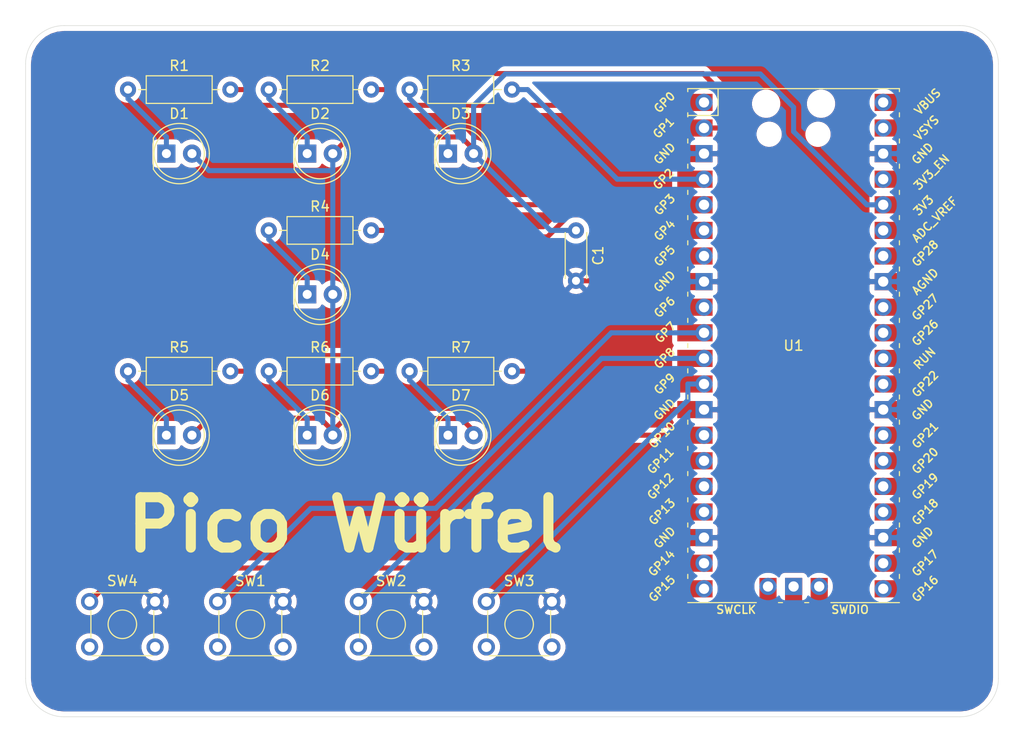
<source format=kicad_pcb>
(kicad_pcb (version 20171130) (host pcbnew 5.1.9-73d0e3b20d~88~ubuntu20.04.1)
  (layers (0 F.Cu signal) (31 B.Cu signal) (34 B.Paste user) (35 F.Paste user) (36 B.SilkS user) (37 F.SilkS user) (38 B.Mask user) (39 F.Mask user) (44 Edge.Cuts user))
  (net 0 "")
  (net 1 GND)
  (net 2 +3V3)
  (net 3 "Net-(D1-Pad1)")
  (net 4 "Net-(D2-Pad1)")
  (net 5 "Net-(D3-Pad1)")
  (net 6 "Net-(D4-Pad1)")
  (net 7 "Net-(D5-Pad1)")
  (net 8 "Net-(D6-Pad1)")
  (net 9 "Net-(D7-Pad1)")
  (net 10 LED1)
  (net 11 LED2)
  (net 12 LED3)
  (net 13 LED4)
  (net 14 LED5)
  (net 15 LED6)
  (net 16 LED7)
  (net 17 SWITCH1)
  (net 18 SWITCH2)
  (net 19 SWITCH3)
  (net 20 SWITCH4)
  (net 21 "Net-(U1-Pad15)")
  (net 22 "Net-(U1-Pad16)")
  (net 23 "Net-(U1-Pad17)")
  (net 24 "Net-(U1-Pad19)")
  (net 25 "Net-(U1-Pad20)")
  (net 26 "Net-(U1-Pad21)")
  (net 27 "Net-(U1-Pad22)")
  (net 28 "Net-(U1-Pad24)")
  (net 29 "Net-(U1-Pad25)")
  (net 30 "Net-(U1-Pad26)")
  (net 31 "Net-(U1-Pad27)")
  (net 32 "Net-(U1-Pad29)")
  (net 33 "Net-(U1-Pad30)")
  (net 34 "Net-(U1-Pad31)")
  (net 35 "Net-(U1-Pad32)")
  (net 36 "Net-(U1-Pad34)")
  (net 37 "Net-(U1-Pad35)")
  (net 38 "Net-(U1-Pad37)")
  (net 39 "Net-(U1-Pad39)")
  (net 40 "Net-(U1-Pad40)")
  (net 41 "Net-(U1-Pad41)")
  (net 42 "Net-(U1-Pad42)")
  (net 43 "Net-(U1-Pad43)")
  (module Button_Switch_THT:SW_TH_Tactile_Omron_B3F-10xx (layer F.Cu) (at 104.14 114.3)
    (fp_text reference SW4 (at 3.25 -2.05) (layer F.SilkS))
    (fp_text value SW_Push)
    (fp_circle (center 3.25 2.25) (end 4.25 3.25) (layer F.SilkS) (width 0.12))
    (fp_line (start 0.28 5.37) (end 6.22 5.37) (layer F.SilkS) (width 0.12))
    (fp_line (start 0.28 -0.87) (end 6.22 -0.87) (layer F.SilkS) (width 0.12))
    (fp_line (start 0.13 3.59) (end 0.13 0.91) (layer F.SilkS) (width 0.12))
    (fp_line (start 6.37 0.91) (end 6.37 3.59) (layer F.SilkS) (width 0.12))
    (pad 1 thru_hole circle (at 0 0) (size 1.7 1.7) (drill 1) (layers *.Cu *.Mask) (net 20 SWITCH4))
    (pad 2 thru_hole circle (at 6.5 0) (size 1.7 1.7) (drill 1) (layers *.Cu *.Mask) (net 1 GND))
    (pad 3 thru_hole circle (at 0 4.5) (size 1.7 1.7) (drill 1) (layers *.Cu *.Mask))
    (pad 4 thru_hole circle (at 6.5 4.5) (size 1.7 1.7) (drill 1) (layers *.Cu *.Mask))
  )
  (module Button_Switch_THT:SW_TH_Tactile_Omron_B3F-10xx (layer F.Cu) (at 143.51 114.3)
    (fp_text reference SW3 (at 3.25 -2.05) (layer F.SilkS))
    (fp_text value SW_Push)
    (fp_circle (center 3.25 2.25) (end 4.25 3.25) (layer F.SilkS) (width 0.12))
    (fp_line (start 0.28 5.37) (end 6.22 5.37) (layer F.SilkS) (width 0.12))
    (fp_line (start 0.28 -0.87) (end 6.22 -0.87) (layer F.SilkS) (width 0.12))
    (fp_line (start 0.13 3.59) (end 0.13 0.91) (layer F.SilkS) (width 0.12))
    (fp_line (start 6.37 0.91) (end 6.37 3.59) (layer F.SilkS) (width 0.12))
    (pad 1 thru_hole circle (at 0 0) (size 1.7 1.7) (drill 1) (layers *.Cu *.Mask) (net 19 SWITCH3))
    (pad 2 thru_hole circle (at 6.5 0) (size 1.7 1.7) (drill 1) (layers *.Cu *.Mask) (net 1 GND))
    (pad 3 thru_hole circle (at 0 4.5) (size 1.7 1.7) (drill 1) (layers *.Cu *.Mask))
    (pad 4 thru_hole circle (at 6.5 4.5) (size 1.7 1.7) (drill 1) (layers *.Cu *.Mask))
  )
  (module Button_Switch_THT:SW_TH_Tactile_Omron_B3F-10xx (layer F.Cu) (at 130.81 114.3)
    (fp_text reference SW2 (at 3.25 -2.05) (layer F.SilkS))
    (fp_text value SW_Push)
    (fp_circle (center 3.25 2.25) (end 4.25 3.25) (layer F.SilkS) (width 0.12))
    (fp_line (start 0.28 5.37) (end 6.22 5.37) (layer F.SilkS) (width 0.12))
    (fp_line (start 0.28 -0.87) (end 6.22 -0.87) (layer F.SilkS) (width 0.12))
    (fp_line (start 0.13 3.59) (end 0.13 0.91) (layer F.SilkS) (width 0.12))
    (fp_line (start 6.37 0.91) (end 6.37 3.59) (layer F.SilkS) (width 0.12))
    (pad 1 thru_hole circle (at 0 0) (size 1.7 1.7) (drill 1) (layers *.Cu *.Mask) (net 18 SWITCH2))
    (pad 2 thru_hole circle (at 6.5 0) (size 1.7 1.7) (drill 1) (layers *.Cu *.Mask) (net 1 GND))
    (pad 3 thru_hole circle (at 0 4.5) (size 1.7 1.7) (drill 1) (layers *.Cu *.Mask))
    (pad 4 thru_hole circle (at 6.5 4.5) (size 1.7 1.7) (drill 1) (layers *.Cu *.Mask))
  )
  (module Button_Switch_THT:SW_TH_Tactile_Omron_B3F-10xx (layer F.Cu) (at 116.84 114.3)
    (fp_text reference SW1 (at 3.25 -2.05) (layer F.SilkS))
    (fp_text value SW_Push)
    (fp_circle (center 3.25 2.25) (end 4.25 3.25) (layer F.SilkS) (width 0.12))
    (fp_line (start 0.28 5.37) (end 6.22 5.37) (layer F.SilkS) (width 0.12))
    (fp_line (start 0.28 -0.87) (end 6.22 -0.87) (layer F.SilkS) (width 0.12))
    (fp_line (start 0.13 3.59) (end 0.13 0.91) (layer F.SilkS) (width 0.12))
    (fp_line (start 6.37 0.91) (end 6.37 3.59) (layer F.SilkS) (width 0.12))
    (pad 1 thru_hole circle (at 0 0) (size 1.7 1.7) (drill 1) (layers *.Cu *.Mask) (net 17 SWITCH1))
    (pad 2 thru_hole circle (at 6.5 0) (size 1.7 1.7) (drill 1) (layers *.Cu *.Mask) (net 1 GND))
    (pad 3 thru_hole circle (at 0 4.5) (size 1.7 1.7) (drill 1) (layers *.Cu *.Mask))
    (pad 4 thru_hole circle (at 6.5 4.5) (size 1.7 1.7) (drill 1) (layers *.Cu *.Mask))
  )
  (module RaspberryPiPico:RPi_Pico_SMD_TH (layer F.Cu) (at 173.99 88.9)
    (fp_text reference U1 (at 0 0) (layer F.SilkS))
    (fp_text value RaspberryPiPico)
    (fp_text user GP1 (at -12.9 -21.6 45) (layer F.SilkS) (effects (font (size 0.8 0.8))))
    (fp_text user GP2 (at -12.9 -16.51 45) (layer F.SilkS) (effects (font (size 0.8 0.8))))
    (fp_text user GP0 (at -12.8 -24.13 45) (layer F.SilkS) (effects (font (size 0.8 0.8))))
    (fp_text user GP3 (at -12.8 -13.97 45) (layer F.SilkS) (effects (font (size 0.8 0.8))))
    (fp_text user GP4 (at -12.8 -11.43 45) (layer F.SilkS) (effects (font (size 0.8 0.8))))
    (fp_text user GP5 (at -12.8 -8.89 45) (layer F.SilkS) (effects (font (size 0.8 0.8))))
    (fp_text user GP6 (at -12.8 -3.81 45) (layer F.SilkS) (effects (font (size 0.8 0.8))))
    (fp_text user GP7 (at -12.7 -1.3 45) (layer F.SilkS) (effects (font (size 0.8 0.8))))
    (fp_text user GP8 (at -12.8 1.27 45) (layer F.SilkS) (effects (font (size 0.8 0.8))))
    (fp_text user GP9 (at -12.8 3.81 45) (layer F.SilkS) (effects (font (size 0.8 0.8))))
    (fp_text user GP10 (at -13.054 8.89 45) (layer F.SilkS) (effects (font (size 0.8 0.8))))
    (fp_text user GP11 (at -13.2 11.43 45) (layer F.SilkS) (effects (font (size 0.8 0.8))))
    (fp_text user GP12 (at -13.2 13.97 45) (layer F.SilkS) (effects (font (size 0.8 0.8))))
    (fp_text user GP13 (at -13.054 16.51 45) (layer F.SilkS) (effects (font (size 0.8 0.8))))
    (fp_text user GP14 (at -13.1 21.59 45) (layer F.SilkS) (effects (font (size 0.8 0.8))))
    (fp_text user GP15 (at -13.054 24.13 45) (layer F.SilkS) (effects (font (size 0.8 0.8))))
    (fp_text user GP16 (at 13.054 24.13 45) (layer F.SilkS) (effects (font (size 0.8 0.8))))
    (fp_text user GP17 (at 13.054 21.59 45) (layer F.SilkS) (effects (font (size 0.8 0.8))))
    (fp_text user GP18 (at 13.054 16.51 45) (layer F.SilkS) (effects (font (size 0.8 0.8))))
    (fp_text user GP19 (at 13.054 13.97 45) (layer F.SilkS) (effects (font (size 0.8 0.8))))
    (fp_text user GP20 (at 13.054 11.43 45) (layer F.SilkS) (effects (font (size 0.8 0.8))))
    (fp_text user GP21 (at 13.054 8.9 45) (layer F.SilkS) (effects (font (size 0.8 0.8))))
    (fp_text user GP22 (at 13.054 3.81 45) (layer F.SilkS) (effects (font (size 0.8 0.8))))
    (fp_text user RUN (at 13 1.27 45) (layer F.SilkS) (effects (font (size 0.8 0.8))))
    (fp_text user GP26 (at 13.054 -1.27 45) (layer F.SilkS) (effects (font (size 0.8 0.8))))
    (fp_text user GP27 (at 13.054 -3.8 45) (layer F.SilkS) (effects (font (size 0.8 0.8))))
    (fp_text user GP28 (at 13.054 -9.144 45) (layer F.SilkS) (effects (font (size 0.8 0.8))))
    (fp_text user ADC_VREF (at 14 -12.5 45) (layer F.SilkS) (effects (font (size 0.8 0.8))))
    (fp_text user 3V3 (at 12.9 -13.9 45) (layer F.SilkS) (effects (font (size 0.8 0.8))))
    (fp_text user 3V3_EN (at 13.7 -17.2 45) (layer F.SilkS) (effects (font (size 0.8 0.8))))
    (fp_text user VSYS (at 13.2 -21.59 45) (layer F.SilkS) (effects (font (size 0.8 0.8))))
    (fp_text user VBUS (at 13.3 -24.2 45) (layer F.SilkS) (effects (font (size 0.8 0.8))))
    (fp_text user GND (at -12.8 -19.05 45) (layer F.SilkS) (effects (font (size 0.8 0.8))))
    (fp_text user GND (at -12.8 -6.35 45) (layer F.SilkS) (effects (font (size 0.8 0.8))))
    (fp_text user GND (at -12.8 6.35 45) (layer F.SilkS) (effects (font (size 0.8 0.8))))
    (fp_text user GND (at -12.8 19.05 45) (layer F.SilkS) (effects (font (size 0.8 0.8))))
    (fp_text user GND (at 12.8 19.05 45) (layer F.SilkS) (effects (font (size 0.8 0.8))))
    (fp_text user GND (at 12.8 6.35 45) (layer F.SilkS) (effects (font (size 0.8 0.8))))
    (fp_text user GND (at 12.8 -19.05 45) (layer F.SilkS) (effects (font (size 0.8 0.8))))
    (fp_text user AGND (at 13.054 -6.35 45) (layer F.SilkS) (effects (font (size 0.8 0.8))))
    (fp_text user SWCLK (at -5.7 26.2) (layer F.SilkS) (effects (font (size 0.8 0.8))))
    (fp_text user SWDIO (at 5.6 26.2) (layer F.SilkS) (effects (font (size 0.8 0.8))))
    (fp_line (start 1.1 25.5) (end 1.5 25.5) (layer F.SilkS) (width 0.12))
    (fp_line (start -1.5 25.5) (end -1.1 25.5) (layer F.SilkS) (width 0.12))
    (fp_line (start 10.5 25.5) (end 3.7 25.5) (layer F.SilkS) (width 0.12))
    (fp_line (start 10.5 15.1) (end 10.5 15.5) (layer F.SilkS) (width 0.12))
    (fp_line (start 10.5 7.4) (end 10.5 7.8) (layer F.SilkS) (width 0.12))
    (fp_line (start 10.5 -18) (end 10.5 -17.6) (layer F.SilkS) (width 0.12))
    (fp_line (start 10.5 -25.5) (end 10.5 -25.2) (layer F.SilkS) (width 0.12))
    (fp_line (start 10.5 -2.7) (end 10.5 -2.3) (layer F.SilkS) (width 0.12))
    (fp_line (start 10.5 12.5) (end 10.5 12.9) (layer F.SilkS) (width 0.12))
    (fp_line (start 10.5 -7.8) (end 10.5 -7.4) (layer F.SilkS) (width 0.12))
    (fp_line (start 10.5 -12.9) (end 10.5 -12.5) (layer F.SilkS) (width 0.12))
    (fp_line (start 10.5 -0.2) (end 10.5 0.2) (layer F.SilkS) (width 0.12))
    (fp_line (start 10.5 4.9) (end 10.5 5.3) (layer F.SilkS) (width 0.12))
    (fp_line (start 10.5 20.1) (end 10.5 20.5) (layer F.SilkS) (width 0.12))
    (fp_line (start 10.5 22.7) (end 10.5 23.1) (layer F.SilkS) (width 0.12))
    (fp_line (start 10.5 17.6) (end 10.5 18) (layer F.SilkS) (width 0.12))
    (fp_line (start 10.5 -15.4) (end 10.5 -15) (layer F.SilkS) (width 0.12))
    (fp_line (start 10.5 -23.1) (end 10.5 -22.7) (layer F.SilkS) (width 0.12))
    (fp_line (start 10.5 -20.5) (end 10.5 -20.1) (layer F.SilkS) (width 0.12))
    (fp_line (start 10.5 10) (end 10.5 10.4) (layer F.SilkS) (width 0.12))
    (fp_line (start 10.5 2.3) (end 10.5 2.7) (layer F.SilkS) (width 0.12))
    (fp_line (start 10.5 -5.3) (end 10.5 -4.9) (layer F.SilkS) (width 0.12))
    (fp_line (start 10.5 -10.4) (end 10.5 -10) (layer F.SilkS) (width 0.12))
    (fp_line (start -10.5 22.7) (end -10.5 23.1) (layer F.SilkS) (width 0.12))
    (fp_line (start -10.5 20.1) (end -10.5 20.5) (layer F.SilkS) (width 0.12))
    (fp_line (start -10.5 17.6) (end -10.5 18) (layer F.SilkS) (width 0.12))
    (fp_line (start -10.5 15.1) (end -10.5 15.5) (layer F.SilkS) (width 0.12))
    (fp_line (start -10.5 12.5) (end -10.5 12.9) (layer F.SilkS) (width 0.12))
    (fp_line (start -10.5 10) (end -10.5 10.4) (layer F.SilkS) (width 0.12))
    (fp_line (start -10.5 7.4) (end -10.5 7.8) (layer F.SilkS) (width 0.12))
    (fp_line (start -10.5 4.9) (end -10.5 5.3) (layer F.SilkS) (width 0.12))
    (fp_line (start -10.5 2.3) (end -10.5 2.7) (layer F.SilkS) (width 0.12))
    (fp_line (start -10.5 -0.2) (end -10.5 0.2) (layer F.SilkS) (width 0.12))
    (fp_line (start -10.5 -2.7) (end -10.5 -2.3) (layer F.SilkS) (width 0.12))
    (fp_line (start -10.5 -5.3) (end -10.5 -4.9) (layer F.SilkS) (width 0.12))
    (fp_line (start -10.5 -7.8) (end -10.5 -7.4) (layer F.SilkS) (width 0.12))
    (fp_line (start -10.5 -10.4) (end -10.5 -10) (layer F.SilkS) (width 0.12))
    (fp_line (start -10.5 -12.9) (end -10.5 -12.5) (layer F.SilkS) (width 0.12))
    (fp_line (start -10.5 -15.4) (end -10.5 -15) (layer F.SilkS) (width 0.12))
    (fp_line (start -10.5 -18) (end -10.5 -17.6) (layer F.SilkS) (width 0.12))
    (fp_line (start -10.5 -20.5) (end -10.5 -20.1) (layer F.SilkS) (width 0.12))
    (fp_line (start -10.5 -23.1) (end -10.5 -22.7) (layer F.SilkS) (width 0.12))
    (fp_line (start -10.5 -25.5) (end -10.5 -25.2) (layer F.SilkS) (width 0.12))
    (fp_line (start -7.493 -22.833) (end -7.493 -25.5) (layer F.SilkS) (width 0.12))
    (fp_line (start -10.5 -22.833) (end -7.493 -22.833) (layer F.SilkS) (width 0.12))
    (fp_line (start -3.7 25.5) (end -10.5 25.5) (layer F.SilkS) (width 0.12))
    (fp_line (start -10.5 -25.5) (end 10.5 -25.5) (layer F.SilkS) (width 0.12))
    (pad 1 thru_hole oval (at -8.89 -24.13) (size 1.7 1.7) (drill 1.02) (layers *.Cu *.Mask) (net 10 LED1))
    (pad 2 thru_hole oval (at -8.89 -21.59) (size 1.7 1.7) (drill 1.02) (layers *.Cu *.Mask) (net 11 LED2))
    (pad 3 thru_hole rect (at -8.89 -19.05) (size 1.7 1.7) (drill 1.02) (layers *.Cu *.Mask) (net 1 GND))
    (pad 4 thru_hole oval (at -8.89 -16.51) (size 1.7 1.7) (drill 1.02) (layers *.Cu *.Mask) (net 12 LED3))
    (pad 5 thru_hole oval (at -8.89 -13.97) (size 1.7 1.7) (drill 1.02) (layers *.Cu *.Mask) (net 13 LED4))
    (pad 6 thru_hole oval (at -8.89 -11.43) (size 1.7 1.7) (drill 1.02) (layers *.Cu *.Mask) (net 14 LED5))
    (pad 7 thru_hole oval (at -8.89 -8.89) (size 1.7 1.7) (drill 1.02) (layers *.Cu *.Mask) (net 15 LED6))
    (pad 8 thru_hole rect (at -8.89 -6.35) (size 1.7 1.7) (drill 1.02) (layers *.Cu *.Mask) (net 1 GND))
    (pad 9 thru_hole oval (at -8.89 -3.81) (size 1.7 1.7) (drill 1.02) (layers *.Cu *.Mask) (net 16 LED7))
    (pad 10 thru_hole oval (at -8.89 -1.27) (size 1.7 1.7) (drill 1.02) (layers *.Cu *.Mask) (net 17 SWITCH1))
    (pad 11 thru_hole oval (at -8.89 1.27) (size 1.7 1.7) (drill 1.02) (layers *.Cu *.Mask) (net 18 SWITCH2))
    (pad 12 thru_hole oval (at -8.89 3.81) (size 1.7 1.7) (drill 1.02) (layers *.Cu *.Mask) (net 19 SWITCH3))
    (pad 13 thru_hole rect (at -8.89 6.35) (size 1.7 1.7) (drill 1.02) (layers *.Cu *.Mask) (net 1 GND))
    (pad 14 thru_hole oval (at -8.89 8.89) (size 1.7 1.7) (drill 1.02) (layers *.Cu *.Mask) (net 20 SWITCH4))
    (pad 15 thru_hole oval (at -8.89 11.43) (size 1.7 1.7) (drill 1.02) (layers *.Cu *.Mask) (net 21 "Net-(U1-Pad15)"))
    (pad 16 thru_hole oval (at -8.89 13.97) (size 1.7 1.7) (drill 1.02) (layers *.Cu *.Mask) (net 22 "Net-(U1-Pad16)"))
    (pad 17 thru_hole oval (at -8.89 16.51) (size 1.7 1.7) (drill 1.02) (layers *.Cu *.Mask) (net 23 "Net-(U1-Pad17)"))
    (pad 18 thru_hole rect (at -8.89 19.05) (size 1.7 1.7) (drill 1.02) (layers *.Cu *.Mask) (net 1 GND))
    (pad 19 thru_hole oval (at -8.89 21.59) (size 1.7 1.7) (drill 1.02) (layers *.Cu *.Mask) (net 24 "Net-(U1-Pad19)"))
    (pad 20 thru_hole oval (at -8.89 24.13) (size 1.7 1.7) (drill 1.02) (layers *.Cu *.Mask) (net 25 "Net-(U1-Pad20)"))
    (pad 21 thru_hole oval (at 8.89 24.13) (size 1.7 1.7) (drill 1.02) (layers *.Cu *.Mask) (net 26 "Net-(U1-Pad21)"))
    (pad 22 thru_hole oval (at 8.89 21.59) (size 1.7 1.7) (drill 1.02) (layers *.Cu *.Mask) (net 27 "Net-(U1-Pad22)"))
    (pad 23 thru_hole rect (at 8.89 19.05) (size 1.7 1.7) (drill 1.02) (layers *.Cu *.Mask) (net 1 GND))
    (pad 24 thru_hole oval (at 8.89 16.51) (size 1.7 1.7) (drill 1.02) (layers *.Cu *.Mask) (net 28 "Net-(U1-Pad24)"))
    (pad 25 thru_hole oval (at 8.89 13.97) (size 1.7 1.7) (drill 1.02) (layers *.Cu *.Mask) (net 29 "Net-(U1-Pad25)"))
    (pad 26 thru_hole oval (at 8.89 11.43) (size 1.7 1.7) (drill 1.02) (layers *.Cu *.Mask) (net 30 "Net-(U1-Pad26)"))
    (pad 27 thru_hole oval (at 8.89 8.89) (size 1.7 1.7) (drill 1.02) (layers *.Cu *.Mask) (net 31 "Net-(U1-Pad27)"))
    (pad 28 thru_hole rect (at 8.89 6.35) (size 1.7 1.7) (drill 1.02) (layers *.Cu *.Mask) (net 1 GND))
    (pad 29 thru_hole oval (at 8.89 3.81) (size 1.7 1.7) (drill 1.02) (layers *.Cu *.Mask) (net 32 "Net-(U1-Pad29)"))
    (pad 30 thru_hole oval (at 8.89 1.27) (size 1.7 1.7) (drill 1.02) (layers *.Cu *.Mask) (net 33 "Net-(U1-Pad30)"))
    (pad 31 thru_hole oval (at 8.89 -1.27) (size 1.7 1.7) (drill 1.02) (layers *.Cu *.Mask) (net 34 "Net-(U1-Pad31)"))
    (pad 32 thru_hole oval (at 8.89 -3.81) (size 1.7 1.7) (drill 1.02) (layers *.Cu *.Mask) (net 35 "Net-(U1-Pad32)"))
    (pad 33 thru_hole rect (at 8.89 -6.35) (size 1.7 1.7) (drill 1.02) (layers *.Cu *.Mask) (net 1 GND))
    (pad 34 thru_hole oval (at 8.89 -8.89) (size 1.7 1.7) (drill 1.02) (layers *.Cu *.Mask) (net 36 "Net-(U1-Pad34)"))
    (pad 35 thru_hole oval (at 8.89 -11.43) (size 1.7 1.7) (drill 1.02) (layers *.Cu *.Mask) (net 37 "Net-(U1-Pad35)"))
    (pad 36 thru_hole oval (at 8.89 -13.97) (size 1.7 1.7) (drill 1.02) (layers *.Cu *.Mask) (net 2 +3V3))
    (pad 37 thru_hole oval (at 8.89 -16.51) (size 1.7 1.7) (drill 1.02) (layers *.Cu *.Mask) (net 38 "Net-(U1-Pad37)"))
    (pad 38 thru_hole rect (at 8.89 -19.05) (size 1.7 1.7) (drill 1.02) (layers *.Cu *.Mask) (net 1 GND))
    (pad 39 thru_hole oval (at 8.89 -21.59) (size 1.7 1.7) (drill 1.02) (layers *.Cu *.Mask) (net 39 "Net-(U1-Pad39)"))
    (pad 40 thru_hole oval (at 8.89 -24.13) (size 1.7 1.7) (drill 1.02) (layers *.Cu *.Mask) (net 40 "Net-(U1-Pad40)"))
    (pad 1 smd rect (at -8.89 -24.13) (size 3.5 1.7) (drill (offset -0.9 0)) (layers F.Cu F.Mask) (net 10 LED1))
    (pad 2 smd rect (at -8.89 -21.59) (size 3.5 1.7) (drill (offset -0.9 0)) (layers F.Cu F.Mask) (net 11 LED2))
    (pad 3 smd rect (at -8.89 -19.05) (size 3.5 1.7) (drill (offset -0.9 0)) (layers F.Cu F.Mask) (net 1 GND))
    (pad 4 smd rect (at -8.89 -16.51) (size 3.5 1.7) (drill (offset -0.9 0)) (layers F.Cu F.Mask) (net 12 LED3))
    (pad 5 smd rect (at -8.89 -13.97) (size 3.5 1.7) (drill (offset -0.9 0)) (layers F.Cu F.Mask) (net 13 LED4))
    (pad 6 smd rect (at -8.89 -11.43) (size 3.5 1.7) (drill (offset -0.9 0)) (layers F.Cu F.Mask) (net 14 LED5))
    (pad 7 smd rect (at -8.89 -8.89) (size 3.5 1.7) (drill (offset -0.9 0)) (layers F.Cu F.Mask) (net 15 LED6))
    (pad 8 smd rect (at -8.89 -6.35) (size 3.5 1.7) (drill (offset -0.9 0)) (layers F.Cu F.Mask) (net 1 GND))
    (pad 9 smd rect (at -8.89 -3.81) (size 3.5 1.7) (drill (offset -0.9 0)) (layers F.Cu F.Mask) (net 16 LED7))
    (pad 10 smd rect (at -8.89 -1.27) (size 3.5 1.7) (drill (offset -0.9 0)) (layers F.Cu F.Mask) (net 17 SWITCH1))
    (pad 11 smd rect (at -8.89 1.27) (size 3.5 1.7) (drill (offset -0.9 0)) (layers F.Cu F.Mask) (net 18 SWITCH2))
    (pad 12 smd rect (at -8.89 3.81) (size 3.5 1.7) (drill (offset -0.9 0)) (layers F.Cu F.Mask) (net 19 SWITCH3))
    (pad 13 smd rect (at -8.89 6.35) (size 3.5 1.7) (drill (offset -0.9 0)) (layers F.Cu F.Mask) (net 1 GND))
    (pad 14 smd rect (at -8.89 8.89) (size 3.5 1.7) (drill (offset -0.9 0)) (layers F.Cu F.Mask) (net 20 SWITCH4))
    (pad 15 smd rect (at -8.89 11.43) (size 3.5 1.7) (drill (offset -0.9 0)) (layers F.Cu F.Mask) (net 21 "Net-(U1-Pad15)"))
    (pad 16 smd rect (at -8.89 13.97) (size 3.5 1.7) (drill (offset -0.9 0)) (layers F.Cu F.Mask) (net 22 "Net-(U1-Pad16)"))
    (pad 17 smd rect (at -8.89 16.51) (size 3.5 1.7) (drill (offset -0.9 0)) (layers F.Cu F.Mask) (net 23 "Net-(U1-Pad17)"))
    (pad 18 smd rect (at -8.89 19.05) (size 3.5 1.7) (drill (offset -0.9 0)) (layers F.Cu F.Mask) (net 1 GND))
    (pad 19 smd rect (at -8.89 21.59) (size 3.5 1.7) (drill (offset -0.9 0)) (layers F.Cu F.Mask) (net 24 "Net-(U1-Pad19)"))
    (pad 20 smd rect (at -8.89 24.13) (size 3.5 1.7) (drill (offset -0.9 0)) (layers F.Cu F.Mask) (net 25 "Net-(U1-Pad20)"))
    (pad 40 smd rect (at 8.89 -24.13) (size 3.5 1.7) (drill (offset 0.9 0)) (layers F.Cu F.Mask) (net 40 "Net-(U1-Pad40)"))
    (pad 39 smd rect (at 8.89 -21.59) (size 3.5 1.7) (drill (offset 0.9 0)) (layers F.Cu F.Mask) (net 39 "Net-(U1-Pad39)"))
    (pad 38 smd rect (at 8.89 -19.05) (size 3.5 1.7) (drill (offset 0.9 0)) (layers F.Cu F.Mask) (net 1 GND))
    (pad 37 smd rect (at 8.89 -16.51) (size 3.5 1.7) (drill (offset 0.9 0)) (layers F.Cu F.Mask) (net 38 "Net-(U1-Pad37)"))
    (pad 36 smd rect (at 8.89 -13.97) (size 3.5 1.7) (drill (offset 0.9 0)) (layers F.Cu F.Mask) (net 2 +3V3))
    (pad 35 smd rect (at 8.89 -11.43) (size 3.5 1.7) (drill (offset 0.9 0)) (layers F.Cu F.Mask) (net 37 "Net-(U1-Pad35)"))
    (pad 34 smd rect (at 8.89 -8.89) (size 3.5 1.7) (drill (offset 0.9 0)) (layers F.Cu F.Mask) (net 36 "Net-(U1-Pad34)"))
    (pad 33 smd rect (at 8.89 -6.35) (size 3.5 1.7) (drill (offset 0.9 0)) (layers F.Cu F.Mask) (net 1 GND))
    (pad 32 smd rect (at 8.89 -3.81) (size 3.5 1.7) (drill (offset 0.9 0)) (layers F.Cu F.Mask) (net 35 "Net-(U1-Pad32)"))
    (pad 31 smd rect (at 8.89 -1.27) (size 3.5 1.7) (drill (offset 0.9 0)) (layers F.Cu F.Mask) (net 34 "Net-(U1-Pad31)"))
    (pad 30 smd rect (at 8.89 1.27) (size 3.5 1.7) (drill (offset 0.9 0)) (layers F.Cu F.Mask) (net 33 "Net-(U1-Pad30)"))
    (pad 29 smd rect (at 8.89 3.81) (size 3.5 1.7) (drill (offset 0.9 0)) (layers F.Cu F.Mask) (net 32 "Net-(U1-Pad29)"))
    (pad 28 smd rect (at 8.89 6.35) (size 3.5 1.7) (drill (offset 0.9 0)) (layers F.Cu F.Mask) (net 1 GND))
    (pad 27 smd rect (at 8.89 8.89) (size 3.5 1.7) (drill (offset 0.9 0)) (layers F.Cu F.Mask) (net 31 "Net-(U1-Pad27)"))
    (pad 26 smd rect (at 8.89 11.43) (size 3.5 1.7) (drill (offset 0.9 0)) (layers F.Cu F.Mask) (net 30 "Net-(U1-Pad26)"))
    (pad 25 smd rect (at 8.89 13.97) (size 3.5 1.7) (drill (offset 0.9 0)) (layers F.Cu F.Mask) (net 29 "Net-(U1-Pad25)"))
    (pad 24 smd rect (at 8.89 16.51) (size 3.5 1.7) (drill (offset 0.9 0)) (layers F.Cu F.Mask) (net 28 "Net-(U1-Pad24)"))
    (pad 23 smd rect (at 8.89 19.05) (size 3.5 1.7) (drill (offset 0.9 0)) (layers F.Cu F.Mask) (net 1 GND))
    (pad 22 smd rect (at 8.89 21.59) (size 3.5 1.7) (drill (offset 0.9 0)) (layers F.Cu F.Mask) (net 27 "Net-(U1-Pad22)"))
    (pad 21 smd rect (at 8.89 24.13) (size 3.5 1.7) (drill (offset 0.9 0)) (layers F.Cu F.Mask) (net 26 "Net-(U1-Pad21)"))
    (pad "" np_thru_hole oval (at -2.725 -24) (size 1.8 1.8) (drill 1.8) (layers *.Cu *.Mask))
    (pad "" np_thru_hole oval (at 2.725 -24) (size 1.8 1.8) (drill 1.8) (layers *.Cu *.Mask))
    (pad "" np_thru_hole oval (at -2.425 -20.97) (size 1.5 1.5) (drill 1.5) (layers *.Cu *.Mask))
    (pad "" np_thru_hole oval (at 2.425 -20.97) (size 1.5 1.5) (drill 1.5) (layers *.Cu *.Mask))
    (pad 41 smd rect (at -2.54 23.9 90) (size 3.5 1.7) (drill (offset -0.9 0)) (layers F.Cu F.Mask) (net 41 "Net-(U1-Pad41)"))
    (pad 41 thru_hole oval (at -2.54 23.9) (size 1.7 1.7) (drill 1.02) (layers *.Cu *.Mask) (net 41 "Net-(U1-Pad41)"))
    (pad 42 smd rect (at 0 23.9 90) (size 3.5 1.7) (drill (offset -0.9 0)) (layers F.Cu F.Mask) (net 42 "Net-(U1-Pad42)"))
    (pad 42 thru_hole rect (at 0 23.9) (size 1.7 1.7) (drill 1.02) (layers *.Cu *.Mask) (net 42 "Net-(U1-Pad42)"))
    (pad 43 smd rect (at 2.54 23.9 90) (size 3.5 1.7) (drill (offset -0.9 0)) (layers F.Cu F.Mask) (net 43 "Net-(U1-Pad43)"))
    (pad 43 thru_hole oval (at 2.54 23.9) (size 1.7 1.7) (drill 1.02) (layers *.Cu *.Mask) (net 43 "Net-(U1-Pad43)"))
  )
  (module Resistor_THT:R_Axial_DIN0207_L6.3mm_D2.5mm_P10.16mm_Horizontal (layer F.Cu) (at 135.89 91.44)
    (fp_text reference R7 (at 5.08 -2.37) (layer F.SilkS))
    (fp_text value R)
    (fp_line (start 1.81 -1.37) (end 1.81 1.37) (layer F.SilkS) (width 0.12))
    (fp_line (start 1.81 1.37) (end 8.35 1.37) (layer F.SilkS) (width 0.12))
    (fp_line (start 8.35 1.37) (end 8.35 -1.37) (layer F.SilkS) (width 0.12))
    (fp_line (start 8.35 -1.37) (end 1.81 -1.37) (layer F.SilkS) (width 0.12))
    (fp_line (start 1.04 0) (end 1.81 0) (layer F.SilkS) (width 0.12))
    (fp_line (start 9.12 0) (end 8.35 0) (layer F.SilkS) (width 0.12))
    (pad 2 thru_hole oval (at 10.16 0) (size 1.6 1.6) (drill 0.8) (layers *.Cu *.Mask) (net 16 LED7))
    (pad 1 thru_hole circle (at 0 0) (size 1.6 1.6) (drill 0.8) (layers *.Cu *.Mask) (net 9 "Net-(D7-Pad1)"))
  )
  (module Resistor_THT:R_Axial_DIN0207_L6.3mm_D2.5mm_P10.16mm_Horizontal (layer F.Cu) (at 121.92 91.44)
    (fp_text reference R6 (at 5.08 -2.37) (layer F.SilkS))
    (fp_text value R)
    (fp_line (start 1.81 -1.37) (end 1.81 1.37) (layer F.SilkS) (width 0.12))
    (fp_line (start 1.81 1.37) (end 8.35 1.37) (layer F.SilkS) (width 0.12))
    (fp_line (start 8.35 1.37) (end 8.35 -1.37) (layer F.SilkS) (width 0.12))
    (fp_line (start 8.35 -1.37) (end 1.81 -1.37) (layer F.SilkS) (width 0.12))
    (fp_line (start 1.04 0) (end 1.81 0) (layer F.SilkS) (width 0.12))
    (fp_line (start 9.12 0) (end 8.35 0) (layer F.SilkS) (width 0.12))
    (pad 2 thru_hole oval (at 10.16 0) (size 1.6 1.6) (drill 0.8) (layers *.Cu *.Mask) (net 15 LED6))
    (pad 1 thru_hole circle (at 0 0) (size 1.6 1.6) (drill 0.8) (layers *.Cu *.Mask) (net 8 "Net-(D6-Pad1)"))
  )
  (module Resistor_THT:R_Axial_DIN0207_L6.3mm_D2.5mm_P10.16mm_Horizontal (layer F.Cu) (at 107.95 91.44)
    (fp_text reference R5 (at 5.08 -2.37) (layer F.SilkS))
    (fp_text value R)
    (fp_line (start 1.81 -1.37) (end 1.81 1.37) (layer F.SilkS) (width 0.12))
    (fp_line (start 1.81 1.37) (end 8.35 1.37) (layer F.SilkS) (width 0.12))
    (fp_line (start 8.35 1.37) (end 8.35 -1.37) (layer F.SilkS) (width 0.12))
    (fp_line (start 8.35 -1.37) (end 1.81 -1.37) (layer F.SilkS) (width 0.12))
    (fp_line (start 1.04 0) (end 1.81 0) (layer F.SilkS) (width 0.12))
    (fp_line (start 9.12 0) (end 8.35 0) (layer F.SilkS) (width 0.12))
    (pad 2 thru_hole oval (at 10.16 0) (size 1.6 1.6) (drill 0.8) (layers *.Cu *.Mask) (net 14 LED5))
    (pad 1 thru_hole circle (at 0 0) (size 1.6 1.6) (drill 0.8) (layers *.Cu *.Mask) (net 7 "Net-(D5-Pad1)"))
  )
  (module Resistor_THT:R_Axial_DIN0207_L6.3mm_D2.5mm_P10.16mm_Horizontal (layer F.Cu) (at 121.92 77.47)
    (fp_text reference R4 (at 5.08 -2.37) (layer F.SilkS))
    (fp_text value R)
    (fp_line (start 1.81 -1.37) (end 1.81 1.37) (layer F.SilkS) (width 0.12))
    (fp_line (start 1.81 1.37) (end 8.35 1.37) (layer F.SilkS) (width 0.12))
    (fp_line (start 8.35 1.37) (end 8.35 -1.37) (layer F.SilkS) (width 0.12))
    (fp_line (start 8.35 -1.37) (end 1.81 -1.37) (layer F.SilkS) (width 0.12))
    (fp_line (start 1.04 0) (end 1.81 0) (layer F.SilkS) (width 0.12))
    (fp_line (start 9.12 0) (end 8.35 0) (layer F.SilkS) (width 0.12))
    (pad 2 thru_hole oval (at 10.16 0) (size 1.6 1.6) (drill 0.8) (layers *.Cu *.Mask) (net 13 LED4))
    (pad 1 thru_hole circle (at 0 0) (size 1.6 1.6) (drill 0.8) (layers *.Cu *.Mask) (net 6 "Net-(D4-Pad1)"))
  )
  (module Resistor_THT:R_Axial_DIN0207_L6.3mm_D2.5mm_P10.16mm_Horizontal (layer F.Cu) (at 135.89 63.5)
    (fp_text reference R3 (at 5.08 -2.37) (layer F.SilkS))
    (fp_text value R)
    (fp_line (start 1.81 -1.37) (end 1.81 1.37) (layer F.SilkS) (width 0.12))
    (fp_line (start 1.81 1.37) (end 8.35 1.37) (layer F.SilkS) (width 0.12))
    (fp_line (start 8.35 1.37) (end 8.35 -1.37) (layer F.SilkS) (width 0.12))
    (fp_line (start 8.35 -1.37) (end 1.81 -1.37) (layer F.SilkS) (width 0.12))
    (fp_line (start 1.04 0) (end 1.81 0) (layer F.SilkS) (width 0.12))
    (fp_line (start 9.12 0) (end 8.35 0) (layer F.SilkS) (width 0.12))
    (pad 2 thru_hole oval (at 10.16 0) (size 1.6 1.6) (drill 0.8) (layers *.Cu *.Mask) (net 12 LED3))
    (pad 1 thru_hole circle (at 0 0) (size 1.6 1.6) (drill 0.8) (layers *.Cu *.Mask) (net 5 "Net-(D3-Pad1)"))
  )
  (module Resistor_THT:R_Axial_DIN0207_L6.3mm_D2.5mm_P10.16mm_Horizontal (layer F.Cu) (at 121.92 63.5)
    (fp_text reference R2 (at 5.08 -2.37) (layer F.SilkS))
    (fp_text value R)
    (fp_line (start 1.81 -1.37) (end 1.81 1.37) (layer F.SilkS) (width 0.12))
    (fp_line (start 1.81 1.37) (end 8.35 1.37) (layer F.SilkS) (width 0.12))
    (fp_line (start 8.35 1.37) (end 8.35 -1.37) (layer F.SilkS) (width 0.12))
    (fp_line (start 8.35 -1.37) (end 1.81 -1.37) (layer F.SilkS) (width 0.12))
    (fp_line (start 1.04 0) (end 1.81 0) (layer F.SilkS) (width 0.12))
    (fp_line (start 9.12 0) (end 8.35 0) (layer F.SilkS) (width 0.12))
    (pad 2 thru_hole oval (at 10.16 0) (size 1.6 1.6) (drill 0.8) (layers *.Cu *.Mask) (net 11 LED2))
    (pad 1 thru_hole circle (at 0 0) (size 1.6 1.6) (drill 0.8) (layers *.Cu *.Mask) (net 4 "Net-(D2-Pad1)"))
  )
  (module Resistor_THT:R_Axial_DIN0207_L6.3mm_D2.5mm_P10.16mm_Horizontal (layer F.Cu) (at 107.95 63.5)
    (fp_text reference R1 (at 5.08 -2.37) (layer F.SilkS))
    (fp_text value R)
    (fp_line (start 1.81 -1.37) (end 1.81 1.37) (layer F.SilkS) (width 0.12))
    (fp_line (start 1.81 1.37) (end 8.35 1.37) (layer F.SilkS) (width 0.12))
    (fp_line (start 8.35 1.37) (end 8.35 -1.37) (layer F.SilkS) (width 0.12))
    (fp_line (start 8.35 -1.37) (end 1.81 -1.37) (layer F.SilkS) (width 0.12))
    (fp_line (start 1.04 0) (end 1.81 0) (layer F.SilkS) (width 0.12))
    (fp_line (start 9.12 0) (end 8.35 0) (layer F.SilkS) (width 0.12))
    (pad 2 thru_hole oval (at 10.16 0) (size 1.6 1.6) (drill 0.8) (layers *.Cu *.Mask) (net 10 LED1))
    (pad 1 thru_hole circle (at 0 0) (size 1.6 1.6) (drill 0.8) (layers *.Cu *.Mask) (net 3 "Net-(D1-Pad1)"))
  )
  (module LED_THT:LED_D5.0mm (layer F.Cu) (at 139.7 97.79)
    (fp_text reference D7 (at 1.27 -3.96) (layer F.SilkS))
    (fp_text value LED)
    (fp_arc (start 1.27 0) (end -1.29 1.54483) (angle -148.9) (layer F.SilkS) (width 0.12))
    (fp_arc (start 1.27 0) (end -1.29 -1.54483) (angle 148.9) (layer F.SilkS) (width 0.12))
    (fp_circle (center 1.27 0) (end 3.77 0) (layer F.SilkS) (width 0.12))
    (fp_line (start -1.29 -1.545) (end -1.29 1.545) (layer F.SilkS) (width 0.12))
    (pad 2 thru_hole circle (at 2.54 0) (size 1.8 1.8) (drill 0.9) (layers *.Cu *.Mask) (net 2 +3V3))
    (pad 1 thru_hole rect (at 0 0) (size 1.8 1.8) (drill 0.9) (layers *.Cu *.Mask) (net 9 "Net-(D7-Pad1)"))
  )
  (module LED_THT:LED_D5.0mm (layer F.Cu) (at 125.73 97.79)
    (fp_text reference D6 (at 1.27 -3.96) (layer F.SilkS))
    (fp_text value LED)
    (fp_arc (start 1.27 0) (end -1.29 1.54483) (angle -148.9) (layer F.SilkS) (width 0.12))
    (fp_arc (start 1.27 0) (end -1.29 -1.54483) (angle 148.9) (layer F.SilkS) (width 0.12))
    (fp_circle (center 1.27 0) (end 3.77 0) (layer F.SilkS) (width 0.12))
    (fp_line (start -1.29 -1.545) (end -1.29 1.545) (layer F.SilkS) (width 0.12))
    (pad 2 thru_hole circle (at 2.54 0) (size 1.8 1.8) (drill 0.9) (layers *.Cu *.Mask) (net 2 +3V3))
    (pad 1 thru_hole rect (at 0 0) (size 1.8 1.8) (drill 0.9) (layers *.Cu *.Mask) (net 8 "Net-(D6-Pad1)"))
  )
  (module LED_THT:LED_D5.0mm (layer F.Cu) (at 111.76 97.79)
    (fp_text reference D5 (at 1.27 -3.96) (layer F.SilkS))
    (fp_text value LED)
    (fp_arc (start 1.27 0) (end -1.29 1.54483) (angle -148.9) (layer F.SilkS) (width 0.12))
    (fp_arc (start 1.27 0) (end -1.29 -1.54483) (angle 148.9) (layer F.SilkS) (width 0.12))
    (fp_circle (center 1.27 0) (end 3.77 0) (layer F.SilkS) (width 0.12))
    (fp_line (start -1.29 -1.545) (end -1.29 1.545) (layer F.SilkS) (width 0.12))
    (pad 2 thru_hole circle (at 2.54 0) (size 1.8 1.8) (drill 0.9) (layers *.Cu *.Mask) (net 2 +3V3))
    (pad 1 thru_hole rect (at 0 0) (size 1.8 1.8) (drill 0.9) (layers *.Cu *.Mask) (net 7 "Net-(D5-Pad1)"))
  )
  (module LED_THT:LED_D5.0mm (layer F.Cu) (at 125.73 83.82)
    (fp_text reference D4 (at 1.27 -3.96) (layer F.SilkS))
    (fp_text value LED)
    (fp_arc (start 1.27 0) (end -1.29 1.54483) (angle -148.9) (layer F.SilkS) (width 0.12))
    (fp_arc (start 1.27 0) (end -1.29 -1.54483) (angle 148.9) (layer F.SilkS) (width 0.12))
    (fp_circle (center 1.27 0) (end 3.77 0) (layer F.SilkS) (width 0.12))
    (fp_line (start -1.29 -1.545) (end -1.29 1.545) (layer F.SilkS) (width 0.12))
    (pad 2 thru_hole circle (at 2.54 0) (size 1.8 1.8) (drill 0.9) (layers *.Cu *.Mask) (net 2 +3V3))
    (pad 1 thru_hole rect (at 0 0) (size 1.8 1.8) (drill 0.9) (layers *.Cu *.Mask) (net 6 "Net-(D4-Pad1)"))
  )
  (module LED_THT:LED_D5.0mm (layer F.Cu) (at 139.7 69.85)
    (fp_text reference D3 (at 1.27 -3.96) (layer F.SilkS))
    (fp_text value LED)
    (fp_arc (start 1.27 0) (end -1.29 1.54483) (angle -148.9) (layer F.SilkS) (width 0.12))
    (fp_arc (start 1.27 0) (end -1.29 -1.54483) (angle 148.9) (layer F.SilkS) (width 0.12))
    (fp_circle (center 1.27 0) (end 3.77 0) (layer F.SilkS) (width 0.12))
    (fp_line (start -1.29 -1.545) (end -1.29 1.545) (layer F.SilkS) (width 0.12))
    (pad 2 thru_hole circle (at 2.54 0) (size 1.8 1.8) (drill 0.9) (layers *.Cu *.Mask) (net 2 +3V3))
    (pad 1 thru_hole rect (at 0 0) (size 1.8 1.8) (drill 0.9) (layers *.Cu *.Mask) (net 5 "Net-(D3-Pad1)"))
  )
  (module LED_THT:LED_D5.0mm (layer F.Cu) (at 125.73 69.85)
    (fp_text reference D2 (at 1.27 -3.96) (layer F.SilkS))
    (fp_text value LED)
    (fp_arc (start 1.27 0) (end -1.29 1.54483) (angle -148.9) (layer F.SilkS) (width 0.12))
    (fp_arc (start 1.27 0) (end -1.29 -1.54483) (angle 148.9) (layer F.SilkS) (width 0.12))
    (fp_circle (center 1.27 0) (end 3.77 0) (layer F.SilkS) (width 0.12))
    (fp_line (start -1.29 -1.545) (end -1.29 1.545) (layer F.SilkS) (width 0.12))
    (pad 2 thru_hole circle (at 2.54 0) (size 1.8 1.8) (drill 0.9) (layers *.Cu *.Mask) (net 2 +3V3))
    (pad 1 thru_hole rect (at 0 0) (size 1.8 1.8) (drill 0.9) (layers *.Cu *.Mask) (net 4 "Net-(D2-Pad1)"))
  )
  (module LED_THT:LED_D5.0mm (layer F.Cu) (at 111.76 69.85)
    (fp_text reference D1 (at 1.27 -3.96) (layer F.SilkS))
    (fp_text value LED)
    (fp_arc (start 1.27 0) (end -1.29 1.54483) (angle -148.9) (layer F.SilkS) (width 0.12))
    (fp_arc (start 1.27 0) (end -1.29 -1.54483) (angle 148.9) (layer F.SilkS) (width 0.12))
    (fp_circle (center 1.27 0) (end 3.77 0) (layer F.SilkS) (width 0.12))
    (fp_line (start -1.29 -1.545) (end -1.29 1.545) (layer F.SilkS) (width 0.12))
    (pad 2 thru_hole circle (at 2.54 0) (size 1.8 1.8) (drill 0.9) (layers *.Cu *.Mask) (net 2 +3V3))
    (pad 1 thru_hole rect (at 0 0) (size 1.8 1.8) (drill 0.9) (layers *.Cu *.Mask) (net 3 "Net-(D1-Pad1)"))
  )
  (module Capacitor_THT:C_Disc_D4.3mm_W1.9mm_P5.00mm (layer F.Cu) (at 152.4 77.47 270)
    (fp_text reference C1 (at 2.5 -2.2 90) (layer F.SilkS))
    (fp_text value 4.7µF)
    (fp_line (start 0.23 -1.07) (end 4.77 -1.07) (layer F.SilkS) (width 0.12))
    (fp_line (start 0.23 1.07) (end 4.77 1.07) (layer F.SilkS) (width 0.12))
    (fp_line (start 0.23 -1.07) (end 0.23 -1.055) (layer F.SilkS) (width 0.12))
    (fp_line (start 0.23 1.055) (end 0.23 1.07) (layer F.SilkS) (width 0.12))
    (fp_line (start 4.77 -1.07) (end 4.77 -1.055) (layer F.SilkS) (width 0.12))
    (fp_line (start 4.77 1.055) (end 4.77 1.07) (layer F.SilkS) (width 0.12))
    (pad 2 thru_hole circle (at 5 0 270) (size 1.6 1.6) (drill 0.8) (layers *.Cu *.Mask) (net 1 GND))
    (pad 1 thru_hole circle (at 0 0 270) (size 1.6 1.6) (drill 0.8) (layers *.Cu *.Mask) (net 2 +3V3))
  )
  (gr_text V1 (at 187.96 120.65) (layer F.Cu) (effects (font (size 1.5 1.5) (thickness 0.3))))
  (gr_text "Pico Würfel" (at 129.54 106.68) (layer F.SilkS) (effects (font (size 5 5) (thickness 1))))
  (gr_line (start 101.6 57.15) (end 190.5 57.15) (layer Edge.Cuts) (width 0.05))
  (gr_line (start 97.79 121.92) (end 97.79 60.96) (layer Edge.Cuts) (width 0.05))
  (gr_line (start 190.5 125.73) (end 101.6 125.73) (layer Edge.Cuts) (width 0.05))
  (gr_line (start 194.31 60.96) (end 194.31 121.92) (layer Edge.Cuts) (width 0.05))
  (gr_arc (start 190.5 121.92) (end 190.5 125.73) (angle -90) (layer Edge.Cuts) (width 0.05))
  (gr_arc (start 101.6 121.92) (end 97.79 121.92) (angle -90) (layer Edge.Cuts) (width 0.05))
  (gr_arc (start 101.6 60.96) (end 101.6 57.15) (angle -90) (layer Edge.Cuts) (width 0.05))
  (gr_arc (start 190.5 60.96) (end 194.31 60.96) (angle -90) (layer Edge.Cuts) (width 0.05))
  (segment (start 182.88 107.95) (end 166.7003 107.95) (width 0.5) (layer F.Cu) (net 1))
  (segment (start 165.1 107.95) (end 166.7003 107.95) (width 0.5) (layer F.Cu) (net 1))
  (segment (start 166.7003 95.25) (end 166.7003 107.95) (width 0.5) (layer F.Cu) (net 1))
  (segment (start 166.7003 82.55) (end 166.7003 95.25) (width 0.5) (layer F.Cu) (net 1))
  (segment (start 165.1 82.55) (end 161.6997 82.55) (width 0.5) (layer F.Cu) (net 1))
  (segment (start 152.4 82.47) (end 161.6197 82.47) (width 0.5) (layer F.Cu) (net 1))
  (segment (start 161.6197 82.47) (end 161.6997 82.55) (width 0.5) (layer F.Cu) (net 1))
  (segment (start 165.1 69.85) (end 166.7003 69.85) (width 0.5) (layer F.Cu) (net 1))
  (segment (start 166.7003 82.55) (end 166.7003 69.85) (width 0.5) (layer F.Cu) (net 1))
  (segment (start 166.4502 82.55) (end 166.7003 82.55) (width 0.5) (layer F.Cu) (net 1))
  (segment (start 165.1 82.55) (end 166.4502 82.55) (width 0.5) (layer F.Cu) (net 1))
  (segment (start 150.01 114.3) (end 156.36 107.95) (width 0.5) (layer F.Cu) (net 1))
  (segment (start 156.36 107.95) (end 165.1 107.95) (width 0.5) (layer F.Cu) (net 1))
  (segment (start 165.1 95.25) (end 166.7003 95.25) (width 0.5) (layer F.Cu) (net 1))
  (segment (start 182.88 82.55) (end 184.4804 84.1504) (width 0.5) (layer B.Cu) (net 1))
  (segment (start 184.4804 84.1504) (end 184.4804 93.6496) (width 0.5) (layer B.Cu) (net 1))
  (segment (start 184.4804 93.6496) (end 182.88 95.25) (width 0.5) (layer B.Cu) (net 1))
  (segment (start 182.88 107.95) (end 184.4804 106.3496) (width 0.5) (layer B.Cu) (net 1))
  (segment (start 184.4804 106.3496) (end 184.4804 96.8504) (width 0.5) (layer B.Cu) (net 1))
  (segment (start 184.4804 96.8504) (end 182.88 95.25) (width 0.5) (layer B.Cu) (net 1))
  (segment (start 182.88 69.85) (end 184.4807 71.4507) (width 0.5) (layer B.Cu) (net 1))
  (segment (start 184.4807 71.4507) (end 184.4807 80.9493) (width 0.5) (layer B.Cu) (net 1))
  (segment (start 184.4807 80.9493) (end 182.88 82.55) (width 0.5) (layer B.Cu) (net 1))
  (segment (start 123.34 114.3) (end 121.7396 112.6996) (width 0.5) (layer F.Cu) (net 1))
  (segment (start 121.7396 112.6996) (end 112.2404 112.6996) (width 0.5) (layer F.Cu) (net 1))
  (segment (start 112.2404 112.6996) (end 110.64 114.3) (width 0.5) (layer F.Cu) (net 1))
  (segment (start 123.34 114.3) (end 124.9461 112.6939) (width 0.5) (layer F.Cu) (net 1))
  (segment (start 124.9461 112.6939) (end 135.7039 112.6939) (width 0.5) (layer F.Cu) (net 1))
  (segment (start 135.7039 112.6939) (end 137.31 114.3) (width 0.5) (layer F.Cu) (net 1))
  (segment (start 137.31 114.3) (end 138.9272 115.9172) (width 0.5) (layer F.Cu) (net 1))
  (segment (start 138.9272 115.9172) (end 148.3928 115.9172) (width 0.5) (layer F.Cu) (net 1))
  (segment (start 148.3928 115.9172) (end 150.01 114.3) (width 0.5) (layer F.Cu) (net 1))
  (segment (start 182.88 74.93) (end 181.257 74.93) (width 0.5) (layer B.Cu) (net 2))
  (segment (start 181.257 74.93) (end 173.99 67.663) (width 0.5) (layer B.Cu) (net 2))
  (segment (start 173.99 67.663) (end 173.99 65.2526) (width 0.5) (layer B.Cu) (net 2))
  (segment (start 173.99 65.2526) (end 170.6832 61.9458) (width 0.5) (layer B.Cu) (net 2))
  (segment (start 170.6832 61.9458) (end 145.3837 61.9458) (width 0.5) (layer B.Cu) (net 2))
  (segment (start 145.3837 61.9458) (end 142.24 65.0895) (width 0.5) (layer B.Cu) (net 2))
  (segment (start 142.24 65.0895) (end 142.24 69.85) (width 0.5) (layer B.Cu) (net 2))
  (segment (start 152.4 77.47) (end 149.86 77.47) (width 0.5) (layer B.Cu) (net 2))
  (segment (start 149.86 77.47) (end 142.24 69.85) (width 0.5) (layer B.Cu) (net 2))
  (segment (start 128.27 71.5387) (end 128.27 83.82) (width 0.5) (layer B.Cu) (net 2))
  (segment (start 128.27 69.85) (end 128.27 71.5387) (width 0.5) (layer B.Cu) (net 2))
  (segment (start 128.27 71.5387) (end 115.9887 71.5387) (width 0.5) (layer B.Cu) (net 2))
  (segment (start 115.9887 71.5387) (end 114.3 69.85) (width 0.5) (layer B.Cu) (net 2))
  (segment (start 128.27 69.85) (end 129.9204 68.1996) (width 0.5) (layer F.Cu) (net 2))
  (segment (start 129.9204 68.1996) (end 141.0025 68.1996) (width 0.5) (layer F.Cu) (net 2))
  (segment (start 141.0025 68.1996) (end 142.24 69.4371) (width 0.5) (layer F.Cu) (net 2))
  (segment (start 142.24 69.4371) (end 142.24 69.85) (width 0.5) (layer F.Cu) (net 2))
  (segment (start 128.27 97.3634) (end 128.27 97.79) (width 0.5) (layer F.Cu) (net 2))
  (segment (start 114.3 97.79) (end 115.9872 96.1028) (width 0.5) (layer F.Cu) (net 2))
  (segment (start 115.9872 96.1028) (end 127.0094 96.1028) (width 0.5) (layer F.Cu) (net 2))
  (segment (start 127.0094 96.1028) (end 128.27 97.3634) (width 0.5) (layer F.Cu) (net 2))
  (segment (start 128.27 97.3634) (end 129.5005 96.1329) (width 0.5) (layer F.Cu) (net 2))
  (segment (start 129.5005 96.1329) (end 141.0095 96.1329) (width 0.5) (layer F.Cu) (net 2))
  (segment (start 141.0095 96.1329) (end 142.24 97.3634) (width 0.5) (layer F.Cu) (net 2))
  (segment (start 142.24 97.3634) (end 142.24 97.79) (width 0.5) (layer F.Cu) (net 2))
  (segment (start 128.27 83.82) (end 128.27 97.79) (width 0.5) (layer B.Cu) (net 2))
  (segment (start 111.76 69.85) (end 111.76 68.1997) (width 0.5) (layer B.Cu) (net 3))
  (segment (start 111.76 68.1997) (end 107.95 64.3897) (width 0.5) (layer B.Cu) (net 3))
  (segment (start 107.95 64.3897) (end 107.95 63.5) (width 0.5) (layer B.Cu) (net 3))
  (segment (start 125.73 69.85) (end 125.73 68.1997) (width 0.5) (layer B.Cu) (net 4))
  (segment (start 125.73 68.1997) (end 121.92 64.3897) (width 0.5) (layer B.Cu) (net 4))
  (segment (start 121.92 64.3897) (end 121.92 63.5) (width 0.5) (layer B.Cu) (net 4))
  (segment (start 139.7 69.85) (end 139.7 68.1997) (width 0.5) (layer B.Cu) (net 5))
  (segment (start 139.7 68.1997) (end 135.89 64.3897) (width 0.5) (layer B.Cu) (net 5))
  (segment (start 135.89 64.3897) (end 135.89 63.5) (width 0.5) (layer B.Cu) (net 5))
  (segment (start 125.73 83.82) (end 125.73 82.1697) (width 0.5) (layer B.Cu) (net 6))
  (segment (start 125.73 82.1697) (end 121.92 78.3597) (width 0.5) (layer B.Cu) (net 6))
  (segment (start 121.92 78.3597) (end 121.92 77.47) (width 0.5) (layer B.Cu) (net 6))
  (segment (start 111.76 97.79) (end 111.76 96.1397) (width 0.5) (layer B.Cu) (net 7))
  (segment (start 111.76 96.1397) (end 107.95 92.3297) (width 0.5) (layer B.Cu) (net 7))
  (segment (start 107.95 92.3297) (end 107.95 91.44) (width 0.5) (layer B.Cu) (net 7))
  (segment (start 125.73 97.79) (end 125.73 96.1397) (width 0.5) (layer B.Cu) (net 8))
  (segment (start 125.73 96.1397) (end 121.92 92.3297) (width 0.5) (layer B.Cu) (net 8))
  (segment (start 121.92 92.3297) (end 121.92 91.44) (width 0.5) (layer B.Cu) (net 8))
  (segment (start 139.7 97.79) (end 139.7 96.1397) (width 0.5) (layer B.Cu) (net 9))
  (segment (start 139.7 96.1397) (end 135.89 92.3297) (width 0.5) (layer B.Cu) (net 9))
  (segment (start 135.89 92.3297) (end 135.89 91.44) (width 0.5) (layer B.Cu) (net 9))
  (segment (start 165.1 64.77) (end 161.6997 64.77) (width 0.5) (layer F.Cu) (net 10))
  (segment (start 118.11 63.5) (end 119.6603 63.5) (width 0.5) (layer F.Cu) (net 10))
  (segment (start 119.6603 63.5) (end 121.2239 65.0636) (width 0.5) (layer F.Cu) (net 10))
  (segment (start 121.2239 65.0636) (end 161.4061 65.0636) (width 0.5) (layer F.Cu) (net 10))
  (segment (start 161.4061 65.0636) (end 161.6997 64.77) (width 0.5) (layer F.Cu) (net 10))
  (segment (start 165.1 67.31) (end 166.7003 67.31) (width 0.5) (layer F.Cu) (net 11))
  (segment (start 132.08 63.5) (end 133.6303 63.5) (width 0.5) (layer F.Cu) (net 11))
  (segment (start 133.6303 63.5) (end 135.2209 61.9094) (width 0.5) (layer F.Cu) (net 11))
  (segment (start 135.2209 61.9094) (end 165.0049 61.9094) (width 0.5) (layer F.Cu) (net 11))
  (segment (start 165.0049 61.9094) (end 166.7003 63.6048) (width 0.5) (layer F.Cu) (net 11))
  (segment (start 166.7003 63.6048) (end 166.7003 67.31) (width 0.5) (layer F.Cu) (net 11))
  (segment (start 146.05 63.5) (end 147.6003 63.5) (width 0.5) (layer B.Cu) (net 12))
  (segment (start 147.6003 63.5) (end 156.4903 72.39) (width 0.5) (layer B.Cu) (net 12))
  (segment (start 156.4903 72.39) (end 165.1 72.39) (width 0.5) (layer B.Cu) (net 12))
  (segment (start 165.1 74.93) (end 161.6997 74.93) (width 0.5) (layer F.Cu) (net 13))
  (segment (start 161.6997 74.93) (end 161.6891 74.9194) (width 0.5) (layer F.Cu) (net 13))
  (segment (start 161.6891 74.9194) (end 136.1809 74.9194) (width 0.5) (layer F.Cu) (net 13))
  (segment (start 136.1809 74.9194) (end 133.6303 77.47) (width 0.5) (layer F.Cu) (net 13))
  (segment (start 132.08 77.47) (end 133.6303 77.47) (width 0.5) (layer F.Cu) (net 13))
  (segment (start 165.1 77.47) (end 154.5925 77.47) (width 0.5) (layer F.Cu) (net 14))
  (segment (start 154.5925 77.47) (end 153.0422 75.9197) (width 0.5) (layer F.Cu) (net 14))
  (segment (start 153.0422 75.9197) (end 151.7579 75.9197) (width 0.5) (layer F.Cu) (net 14))
  (segment (start 151.7579 75.9197) (end 149.5654 78.1122) (width 0.5) (layer F.Cu) (net 14))
  (segment (start 149.5654 78.1122) (end 149.5654 78.1123) (width 0.5) (layer F.Cu) (net 14))
  (segment (start 149.5654 78.1123) (end 143.301 78.1123) (width 0.5) (layer F.Cu) (net 14))
  (segment (start 143.301 78.1123) (end 131.5236 89.8897) (width 0.5) (layer F.Cu) (net 14))
  (segment (start 131.5236 89.8897) (end 121.2106 89.8897) (width 0.5) (layer F.Cu) (net 14))
  (segment (start 121.2106 89.8897) (end 119.6603 91.44) (width 0.5) (layer F.Cu) (net 14))
  (segment (start 118.11 91.44) (end 119.6603 91.44) (width 0.5) (layer F.Cu) (net 14))
  (segment (start 132.08 91.44) (end 133.6303 91.44) (width 0.5) (layer F.Cu) (net 15))
  (segment (start 133.6303 91.44) (end 145.0603 80.01) (width 0.5) (layer F.Cu) (net 15))
  (segment (start 145.0603 80.01) (end 165.1 80.01) (width 0.5) (layer F.Cu) (net 15))
  (segment (start 146.05 91.44) (end 147.6003 91.44) (width 0.5) (layer F.Cu) (net 16))
  (segment (start 147.6003 91.44) (end 153.9503 85.09) (width 0.5) (layer F.Cu) (net 16))
  (segment (start 153.9503 85.09) (end 165.1 85.09) (width 0.5) (layer F.Cu) (net 16))
  (segment (start 165.1 87.63) (end 155.9 87.63) (width 0.5) (layer B.Cu) (net 17))
  (segment (start 155.9 87.63) (end 138.4825 105.0475) (width 0.5) (layer B.Cu) (net 17))
  (segment (start 138.4825 105.0475) (end 126.0925 105.0475) (width 0.5) (layer B.Cu) (net 17))
  (segment (start 126.0925 105.0475) (end 116.84 114.3) (width 0.5) (layer B.Cu) (net 17))
  (segment (start 130.81 114.3) (end 154.94 90.17) (width 0.5) (layer B.Cu) (net 18))
  (segment (start 154.94 90.17) (end 165.1 90.17) (width 0.5) (layer B.Cu) (net 18))
  (segment (start 165.1 92.71) (end 163.4997 92.71) (width 0.5) (layer B.Cu) (net 19))
  (segment (start 163.4997 92.71) (end 163.4997 94.3103) (width 0.5) (layer B.Cu) (net 19))
  (segment (start 163.4997 94.3103) (end 143.51 114.3) (width 0.5) (layer B.Cu) (net 19))
  (segment (start 165.1 97.79) (end 154.1448 97.79) (width 0.5) (layer F.Cu) (net 20))
  (segment (start 154.1448 97.79) (end 140.9652 110.9696) (width 0.5) (layer F.Cu) (net 20))
  (segment (start 140.9652 110.9696) (end 107.4704 110.9696) (width 0.5) (layer F.Cu) (net 20))
  (segment (start 107.4704 110.9696) (end 104.14 114.3) (width 0.5) (layer F.Cu) (net 20))
  (zone (net 1) (net_name GND) (layer F.Cu) (connect_pads (clearance 0.508)) (min_thickness 0.254) (fill yes (arc_segments 32) (thermal_gap 0.508) (thermal_bridge_width 0.508))
    (polygon (pts (xy 196.85 129.54) (xy 95.25 129.54) (xy 95.25 54.61) (xy 196.85 54.61)))
  )
  (zone (net 1) (net_name GND) (layer B.Cu) (connect_pads (clearance 0.508)) (min_thickness 0.254) (fill yes (arc_segments 32) (thermal_gap 0.508) (thermal_bridge_width 0.508))
    (polygon (pts (xy 196.85 129.54) (xy 95.25 129.54) (xy 95.25 54.61) (xy 196.85 54.61)))
  )
)
</source>
